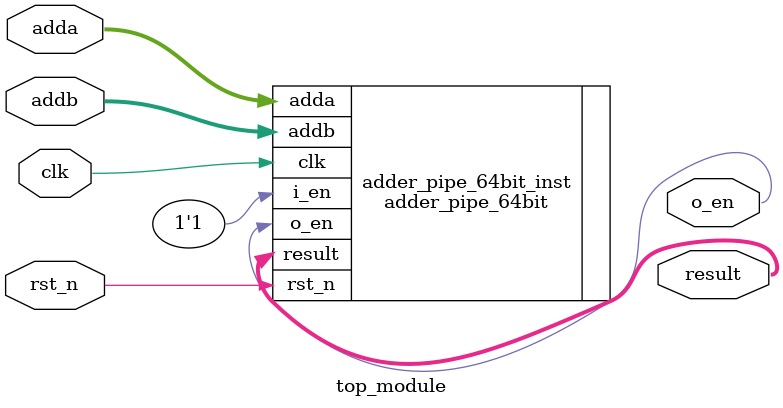
<source format=v>
module top_module (
    input wire clk,
    input wire rst_n,
    input wire [63:0] adda,
    input wire [63:0] addb,
    output wire [64:0] result,
    output wire o_en
);

    adder_pipe_64bit #(
        .DATA_WIDTH(64),
        .STG_WIDTH(16)
    ) adder_pipe_64bit_inst (
        .clk(clk),
        .rst_n(rst_n),
        .i_en(1'b1),
        .adda(adda),
        .addb(addb),
        .result(result),
        .o_en(o_en)
    );

endmodule
</source>
